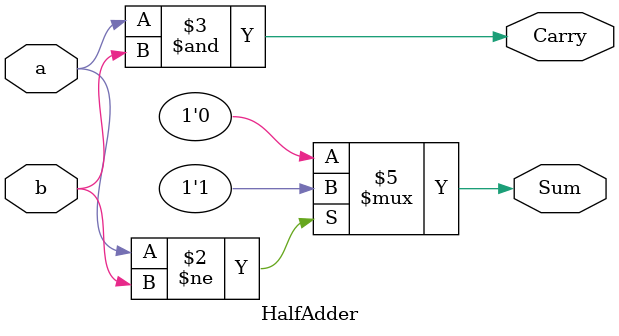
<source format=v>
/* * * * * * * * * * * * * * * * * * * * * * * * * * * *
*  Full Adder Using Half Adder Modules - Alex Santilli *
* 	 																	 *
*	(Half adder low-level entity)								 *
*       																 *
* * * * * * * * * * * * * * * * * * * * * * * * * * * */

module HalfAdder(Sum, Carry, a, b);

	input a, b;
	output reg Sum;
	output Carry;
	
	always @(a or b) begin
		
		if(a != b)
			Sum = 1;
		else
			Sum = 0;
	
	end
	
	assign Carry = (a & b);
	
endmodule 
</source>
